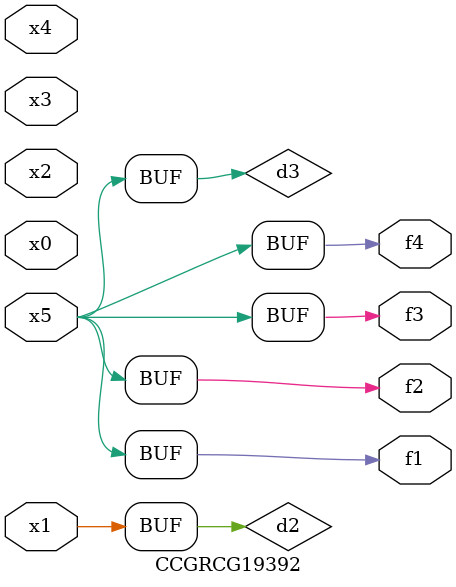
<source format=v>
module CCGRCG19392(
	input x0, x1, x2, x3, x4, x5,
	output f1, f2, f3, f4
);

	wire d1, d2, d3;

	not (d1, x5);
	or (d2, x1);
	xnor (d3, d1);
	assign f1 = d3;
	assign f2 = d3;
	assign f3 = d3;
	assign f4 = d3;
endmodule

</source>
